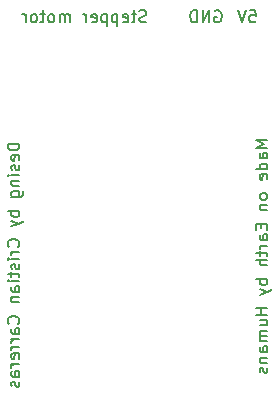
<source format=gbr>
%TF.GenerationSoftware,KiCad,Pcbnew,6.0.2+dfsg-1*%
%TF.CreationDate,2023-02-14T20:33:29-03:00*%
%TF.ProjectId,arduStep,61726475-5374-4657-902e-6b696361645f,rev?*%
%TF.SameCoordinates,Original*%
%TF.FileFunction,Legend,Bot*%
%TF.FilePolarity,Positive*%
%FSLAX46Y46*%
G04 Gerber Fmt 4.6, Leading zero omitted, Abs format (unit mm)*
G04 Created by KiCad (PCBNEW 6.0.2+dfsg-1) date 2023-02-14 20:33:29*
%MOMM*%
%LPD*%
G01*
G04 APERTURE LIST*
%ADD10C,0.150000*%
G04 APERTURE END LIST*
D10*
X146202380Y-74738095D02*
X145202380Y-74738095D01*
X145202380Y-74976190D01*
X145250000Y-75119047D01*
X145345238Y-75214285D01*
X145440476Y-75261904D01*
X145630952Y-75309523D01*
X145773809Y-75309523D01*
X145964285Y-75261904D01*
X146059523Y-75214285D01*
X146154761Y-75119047D01*
X146202380Y-74976190D01*
X146202380Y-74738095D01*
X146154761Y-76119047D02*
X146202380Y-76023809D01*
X146202380Y-75833333D01*
X146154761Y-75738095D01*
X146059523Y-75690476D01*
X145678571Y-75690476D01*
X145583333Y-75738095D01*
X145535714Y-75833333D01*
X145535714Y-76023809D01*
X145583333Y-76119047D01*
X145678571Y-76166666D01*
X145773809Y-76166666D01*
X145869047Y-75690476D01*
X146154761Y-76547619D02*
X146202380Y-76642857D01*
X146202380Y-76833333D01*
X146154761Y-76928571D01*
X146059523Y-76976190D01*
X146011904Y-76976190D01*
X145916666Y-76928571D01*
X145869047Y-76833333D01*
X145869047Y-76690476D01*
X145821428Y-76595238D01*
X145726190Y-76547619D01*
X145678571Y-76547619D01*
X145583333Y-76595238D01*
X145535714Y-76690476D01*
X145535714Y-76833333D01*
X145583333Y-76928571D01*
X146202380Y-77404761D02*
X145535714Y-77404761D01*
X145202380Y-77404761D02*
X145250000Y-77357142D01*
X145297619Y-77404761D01*
X145250000Y-77452380D01*
X145202380Y-77404761D01*
X145297619Y-77404761D01*
X145535714Y-77880952D02*
X146202380Y-77880952D01*
X145630952Y-77880952D02*
X145583333Y-77928571D01*
X145535714Y-78023809D01*
X145535714Y-78166666D01*
X145583333Y-78261904D01*
X145678571Y-78309523D01*
X146202380Y-78309523D01*
X145535714Y-79214285D02*
X146345238Y-79214285D01*
X146440476Y-79166666D01*
X146488095Y-79119047D01*
X146535714Y-79023809D01*
X146535714Y-78880952D01*
X146488095Y-78785714D01*
X146154761Y-79214285D02*
X146202380Y-79119047D01*
X146202380Y-78928571D01*
X146154761Y-78833333D01*
X146107142Y-78785714D01*
X146011904Y-78738095D01*
X145726190Y-78738095D01*
X145630952Y-78785714D01*
X145583333Y-78833333D01*
X145535714Y-78928571D01*
X145535714Y-79119047D01*
X145583333Y-79214285D01*
X146202380Y-80452380D02*
X145202380Y-80452380D01*
X145583333Y-80452380D02*
X145535714Y-80547619D01*
X145535714Y-80738095D01*
X145583333Y-80833333D01*
X145630952Y-80880952D01*
X145726190Y-80928571D01*
X146011904Y-80928571D01*
X146107142Y-80880952D01*
X146154761Y-80833333D01*
X146202380Y-80738095D01*
X146202380Y-80547619D01*
X146154761Y-80452380D01*
X145535714Y-81261904D02*
X146202380Y-81500000D01*
X145535714Y-81738095D02*
X146202380Y-81500000D01*
X146440476Y-81404761D01*
X146488095Y-81357142D01*
X146535714Y-81261904D01*
X146107142Y-83452380D02*
X146154761Y-83404761D01*
X146202380Y-83261904D01*
X146202380Y-83166666D01*
X146154761Y-83023809D01*
X146059523Y-82928571D01*
X145964285Y-82880952D01*
X145773809Y-82833333D01*
X145630952Y-82833333D01*
X145440476Y-82880952D01*
X145345238Y-82928571D01*
X145250000Y-83023809D01*
X145202380Y-83166666D01*
X145202380Y-83261904D01*
X145250000Y-83404761D01*
X145297619Y-83452380D01*
X146202380Y-83880952D02*
X145535714Y-83880952D01*
X145726190Y-83880952D02*
X145630952Y-83928571D01*
X145583333Y-83976190D01*
X145535714Y-84071428D01*
X145535714Y-84166666D01*
X146202380Y-84500000D02*
X145535714Y-84500000D01*
X145202380Y-84500000D02*
X145250000Y-84452380D01*
X145297619Y-84500000D01*
X145250000Y-84547619D01*
X145202380Y-84500000D01*
X145297619Y-84500000D01*
X146154761Y-84928571D02*
X146202380Y-85023809D01*
X146202380Y-85214285D01*
X146154761Y-85309523D01*
X146059523Y-85357142D01*
X146011904Y-85357142D01*
X145916666Y-85309523D01*
X145869047Y-85214285D01*
X145869047Y-85071428D01*
X145821428Y-84976190D01*
X145726190Y-84928571D01*
X145678571Y-84928571D01*
X145583333Y-84976190D01*
X145535714Y-85071428D01*
X145535714Y-85214285D01*
X145583333Y-85309523D01*
X145535714Y-85642857D02*
X145535714Y-86023809D01*
X145202380Y-85785714D02*
X146059523Y-85785714D01*
X146154761Y-85833333D01*
X146202380Y-85928571D01*
X146202380Y-86023809D01*
X146202380Y-86357142D02*
X145535714Y-86357142D01*
X145202380Y-86357142D02*
X145250000Y-86309523D01*
X145297619Y-86357142D01*
X145250000Y-86404761D01*
X145202380Y-86357142D01*
X145297619Y-86357142D01*
X146202380Y-87261904D02*
X145678571Y-87261904D01*
X145583333Y-87214285D01*
X145535714Y-87119047D01*
X145535714Y-86928571D01*
X145583333Y-86833333D01*
X146154761Y-87261904D02*
X146202380Y-87166666D01*
X146202380Y-86928571D01*
X146154761Y-86833333D01*
X146059523Y-86785714D01*
X145964285Y-86785714D01*
X145869047Y-86833333D01*
X145821428Y-86928571D01*
X145821428Y-87166666D01*
X145773809Y-87261904D01*
X145535714Y-87738095D02*
X146202380Y-87738095D01*
X145630952Y-87738095D02*
X145583333Y-87785714D01*
X145535714Y-87880952D01*
X145535714Y-88023809D01*
X145583333Y-88119047D01*
X145678571Y-88166666D01*
X146202380Y-88166666D01*
X146107142Y-89976190D02*
X146154761Y-89928571D01*
X146202380Y-89785714D01*
X146202380Y-89690476D01*
X146154761Y-89547619D01*
X146059523Y-89452380D01*
X145964285Y-89404761D01*
X145773809Y-89357142D01*
X145630952Y-89357142D01*
X145440476Y-89404761D01*
X145345238Y-89452380D01*
X145250000Y-89547619D01*
X145202380Y-89690476D01*
X145202380Y-89785714D01*
X145250000Y-89928571D01*
X145297619Y-89976190D01*
X146202380Y-90833333D02*
X145678571Y-90833333D01*
X145583333Y-90785714D01*
X145535714Y-90690476D01*
X145535714Y-90500000D01*
X145583333Y-90404761D01*
X146154761Y-90833333D02*
X146202380Y-90738095D01*
X146202380Y-90500000D01*
X146154761Y-90404761D01*
X146059523Y-90357142D01*
X145964285Y-90357142D01*
X145869047Y-90404761D01*
X145821428Y-90500000D01*
X145821428Y-90738095D01*
X145773809Y-90833333D01*
X146202380Y-91309523D02*
X145535714Y-91309523D01*
X145726190Y-91309523D02*
X145630952Y-91357142D01*
X145583333Y-91404761D01*
X145535714Y-91500000D01*
X145535714Y-91595238D01*
X146202380Y-91928571D02*
X145535714Y-91928571D01*
X145726190Y-91928571D02*
X145630952Y-91976190D01*
X145583333Y-92023809D01*
X145535714Y-92119047D01*
X145535714Y-92214285D01*
X146154761Y-92928571D02*
X146202380Y-92833333D01*
X146202380Y-92642857D01*
X146154761Y-92547619D01*
X146059523Y-92500000D01*
X145678571Y-92500000D01*
X145583333Y-92547619D01*
X145535714Y-92642857D01*
X145535714Y-92833333D01*
X145583333Y-92928571D01*
X145678571Y-92976190D01*
X145773809Y-92976190D01*
X145869047Y-92500000D01*
X146202380Y-93404761D02*
X145535714Y-93404761D01*
X145726190Y-93404761D02*
X145630952Y-93452380D01*
X145583333Y-93500000D01*
X145535714Y-93595238D01*
X145535714Y-93690476D01*
X146202380Y-94452380D02*
X145678571Y-94452380D01*
X145583333Y-94404761D01*
X145535714Y-94309523D01*
X145535714Y-94119047D01*
X145583333Y-94023809D01*
X146154761Y-94452380D02*
X146202380Y-94357142D01*
X146202380Y-94119047D01*
X146154761Y-94023809D01*
X146059523Y-93976190D01*
X145964285Y-93976190D01*
X145869047Y-94023809D01*
X145821428Y-94119047D01*
X145821428Y-94357142D01*
X145773809Y-94452380D01*
X146154761Y-94880952D02*
X146202380Y-94976190D01*
X146202380Y-95166666D01*
X146154761Y-95261904D01*
X146059523Y-95309523D01*
X146011904Y-95309523D01*
X145916666Y-95261904D01*
X145869047Y-95166666D01*
X145869047Y-95023809D01*
X145821428Y-94928571D01*
X145726190Y-94880952D01*
X145678571Y-94880952D01*
X145583333Y-94928571D01*
X145535714Y-95023809D01*
X145535714Y-95166666D01*
X145583333Y-95261904D01*
X167202380Y-74416666D02*
X166202380Y-74416666D01*
X166916666Y-74750000D01*
X166202380Y-75083333D01*
X167202380Y-75083333D01*
X167202380Y-75988095D02*
X166678571Y-75988095D01*
X166583333Y-75940476D01*
X166535714Y-75845238D01*
X166535714Y-75654761D01*
X166583333Y-75559523D01*
X167154761Y-75988095D02*
X167202380Y-75892857D01*
X167202380Y-75654761D01*
X167154761Y-75559523D01*
X167059523Y-75511904D01*
X166964285Y-75511904D01*
X166869047Y-75559523D01*
X166821428Y-75654761D01*
X166821428Y-75892857D01*
X166773809Y-75988095D01*
X167202380Y-76892857D02*
X166202380Y-76892857D01*
X167154761Y-76892857D02*
X167202380Y-76797619D01*
X167202380Y-76607142D01*
X167154761Y-76511904D01*
X167107142Y-76464285D01*
X167011904Y-76416666D01*
X166726190Y-76416666D01*
X166630952Y-76464285D01*
X166583333Y-76511904D01*
X166535714Y-76607142D01*
X166535714Y-76797619D01*
X166583333Y-76892857D01*
X167154761Y-77750000D02*
X167202380Y-77654761D01*
X167202380Y-77464285D01*
X167154761Y-77369047D01*
X167059523Y-77321428D01*
X166678571Y-77321428D01*
X166583333Y-77369047D01*
X166535714Y-77464285D01*
X166535714Y-77654761D01*
X166583333Y-77750000D01*
X166678571Y-77797619D01*
X166773809Y-77797619D01*
X166869047Y-77321428D01*
X167202380Y-79130952D02*
X167154761Y-79035714D01*
X167107142Y-78988095D01*
X167011904Y-78940476D01*
X166726190Y-78940476D01*
X166630952Y-78988095D01*
X166583333Y-79035714D01*
X166535714Y-79130952D01*
X166535714Y-79273809D01*
X166583333Y-79369047D01*
X166630952Y-79416666D01*
X166726190Y-79464285D01*
X167011904Y-79464285D01*
X167107142Y-79416666D01*
X167154761Y-79369047D01*
X167202380Y-79273809D01*
X167202380Y-79130952D01*
X166535714Y-79892857D02*
X167202380Y-79892857D01*
X166630952Y-79892857D02*
X166583333Y-79940476D01*
X166535714Y-80035714D01*
X166535714Y-80178571D01*
X166583333Y-80273809D01*
X166678571Y-80321428D01*
X167202380Y-80321428D01*
X166678571Y-81559523D02*
X166678571Y-81892857D01*
X167202380Y-82035714D02*
X167202380Y-81559523D01*
X166202380Y-81559523D01*
X166202380Y-82035714D01*
X167202380Y-82892857D02*
X166678571Y-82892857D01*
X166583333Y-82845238D01*
X166535714Y-82750000D01*
X166535714Y-82559523D01*
X166583333Y-82464285D01*
X167154761Y-82892857D02*
X167202380Y-82797619D01*
X167202380Y-82559523D01*
X167154761Y-82464285D01*
X167059523Y-82416666D01*
X166964285Y-82416666D01*
X166869047Y-82464285D01*
X166821428Y-82559523D01*
X166821428Y-82797619D01*
X166773809Y-82892857D01*
X167202380Y-83369047D02*
X166535714Y-83369047D01*
X166726190Y-83369047D02*
X166630952Y-83416666D01*
X166583333Y-83464285D01*
X166535714Y-83559523D01*
X166535714Y-83654761D01*
X166535714Y-83845238D02*
X166535714Y-84226190D01*
X166202380Y-83988095D02*
X167059523Y-83988095D01*
X167154761Y-84035714D01*
X167202380Y-84130952D01*
X167202380Y-84226190D01*
X167202380Y-84559523D02*
X166202380Y-84559523D01*
X167202380Y-84988095D02*
X166678571Y-84988095D01*
X166583333Y-84940476D01*
X166535714Y-84845238D01*
X166535714Y-84702380D01*
X166583333Y-84607142D01*
X166630952Y-84559523D01*
X167202380Y-86226190D02*
X166202380Y-86226190D01*
X166583333Y-86226190D02*
X166535714Y-86321428D01*
X166535714Y-86511904D01*
X166583333Y-86607142D01*
X166630952Y-86654761D01*
X166726190Y-86702380D01*
X167011904Y-86702380D01*
X167107142Y-86654761D01*
X167154761Y-86607142D01*
X167202380Y-86511904D01*
X167202380Y-86321428D01*
X167154761Y-86226190D01*
X166535714Y-87035714D02*
X167202380Y-87273809D01*
X166535714Y-87511904D02*
X167202380Y-87273809D01*
X167440476Y-87178571D01*
X167488095Y-87130952D01*
X167535714Y-87035714D01*
X167202380Y-88654761D02*
X166202380Y-88654761D01*
X166678571Y-88654761D02*
X166678571Y-89226190D01*
X167202380Y-89226190D02*
X166202380Y-89226190D01*
X166535714Y-90130952D02*
X167202380Y-90130952D01*
X166535714Y-89702380D02*
X167059523Y-89702380D01*
X167154761Y-89750000D01*
X167202380Y-89845238D01*
X167202380Y-89988095D01*
X167154761Y-90083333D01*
X167107142Y-90130952D01*
X167202380Y-90607142D02*
X166535714Y-90607142D01*
X166630952Y-90607142D02*
X166583333Y-90654761D01*
X166535714Y-90750000D01*
X166535714Y-90892857D01*
X166583333Y-90988095D01*
X166678571Y-91035714D01*
X167202380Y-91035714D01*
X166678571Y-91035714D02*
X166583333Y-91083333D01*
X166535714Y-91178571D01*
X166535714Y-91321428D01*
X166583333Y-91416666D01*
X166678571Y-91464285D01*
X167202380Y-91464285D01*
X167202380Y-92369047D02*
X166678571Y-92369047D01*
X166583333Y-92321428D01*
X166535714Y-92226190D01*
X166535714Y-92035714D01*
X166583333Y-91940476D01*
X167154761Y-92369047D02*
X167202380Y-92273809D01*
X167202380Y-92035714D01*
X167154761Y-91940476D01*
X167059523Y-91892857D01*
X166964285Y-91892857D01*
X166869047Y-91940476D01*
X166821428Y-92035714D01*
X166821428Y-92273809D01*
X166773809Y-92369047D01*
X166535714Y-92845238D02*
X167202380Y-92845238D01*
X166630952Y-92845238D02*
X166583333Y-92892857D01*
X166535714Y-92988095D01*
X166535714Y-93130952D01*
X166583333Y-93226190D01*
X166678571Y-93273809D01*
X167202380Y-93273809D01*
X167154761Y-93702380D02*
X167202380Y-93797619D01*
X167202380Y-93988095D01*
X167154761Y-94083333D01*
X167059523Y-94130952D01*
X167011904Y-94130952D01*
X166916666Y-94083333D01*
X166869047Y-93988095D01*
X166869047Y-93845238D01*
X166821428Y-93750000D01*
X166726190Y-93702380D01*
X166678571Y-93702380D01*
X166583333Y-93750000D01*
X166535714Y-93845238D01*
X166535714Y-93988095D01*
X166583333Y-94083333D01*
X156940476Y-64404761D02*
X156797619Y-64452380D01*
X156559523Y-64452380D01*
X156464285Y-64404761D01*
X156416666Y-64357142D01*
X156369047Y-64261904D01*
X156369047Y-64166666D01*
X156416666Y-64071428D01*
X156464285Y-64023809D01*
X156559523Y-63976190D01*
X156750000Y-63928571D01*
X156845238Y-63880952D01*
X156892857Y-63833333D01*
X156940476Y-63738095D01*
X156940476Y-63642857D01*
X156892857Y-63547619D01*
X156845238Y-63500000D01*
X156750000Y-63452380D01*
X156511904Y-63452380D01*
X156369047Y-63500000D01*
X156083333Y-63785714D02*
X155702380Y-63785714D01*
X155940476Y-63452380D02*
X155940476Y-64309523D01*
X155892857Y-64404761D01*
X155797619Y-64452380D01*
X155702380Y-64452380D01*
X154988095Y-64404761D02*
X155083333Y-64452380D01*
X155273809Y-64452380D01*
X155369047Y-64404761D01*
X155416666Y-64309523D01*
X155416666Y-63928571D01*
X155369047Y-63833333D01*
X155273809Y-63785714D01*
X155083333Y-63785714D01*
X154988095Y-63833333D01*
X154940476Y-63928571D01*
X154940476Y-64023809D01*
X155416666Y-64119047D01*
X154511904Y-63785714D02*
X154511904Y-64785714D01*
X154511904Y-63833333D02*
X154416666Y-63785714D01*
X154226190Y-63785714D01*
X154130952Y-63833333D01*
X154083333Y-63880952D01*
X154035714Y-63976190D01*
X154035714Y-64261904D01*
X154083333Y-64357142D01*
X154130952Y-64404761D01*
X154226190Y-64452380D01*
X154416666Y-64452380D01*
X154511904Y-64404761D01*
X153607142Y-63785714D02*
X153607142Y-64785714D01*
X153607142Y-63833333D02*
X153511904Y-63785714D01*
X153321428Y-63785714D01*
X153226190Y-63833333D01*
X153178571Y-63880952D01*
X153130952Y-63976190D01*
X153130952Y-64261904D01*
X153178571Y-64357142D01*
X153226190Y-64404761D01*
X153321428Y-64452380D01*
X153511904Y-64452380D01*
X153607142Y-64404761D01*
X152321428Y-64404761D02*
X152416666Y-64452380D01*
X152607142Y-64452380D01*
X152702380Y-64404761D01*
X152750000Y-64309523D01*
X152750000Y-63928571D01*
X152702380Y-63833333D01*
X152607142Y-63785714D01*
X152416666Y-63785714D01*
X152321428Y-63833333D01*
X152273809Y-63928571D01*
X152273809Y-64023809D01*
X152750000Y-64119047D01*
X151845238Y-64452380D02*
X151845238Y-63785714D01*
X151845238Y-63976190D02*
X151797619Y-63880952D01*
X151750000Y-63833333D01*
X151654761Y-63785714D01*
X151559523Y-63785714D01*
X150464285Y-64452380D02*
X150464285Y-63785714D01*
X150464285Y-63880952D02*
X150416666Y-63833333D01*
X150321428Y-63785714D01*
X150178571Y-63785714D01*
X150083333Y-63833333D01*
X150035714Y-63928571D01*
X150035714Y-64452380D01*
X150035714Y-63928571D02*
X149988095Y-63833333D01*
X149892857Y-63785714D01*
X149750000Y-63785714D01*
X149654761Y-63833333D01*
X149607142Y-63928571D01*
X149607142Y-64452380D01*
X148988095Y-64452380D02*
X149083333Y-64404761D01*
X149130952Y-64357142D01*
X149178571Y-64261904D01*
X149178571Y-63976190D01*
X149130952Y-63880952D01*
X149083333Y-63833333D01*
X148988095Y-63785714D01*
X148845238Y-63785714D01*
X148750000Y-63833333D01*
X148702380Y-63880952D01*
X148654761Y-63976190D01*
X148654761Y-64261904D01*
X148702380Y-64357142D01*
X148750000Y-64404761D01*
X148845238Y-64452380D01*
X148988095Y-64452380D01*
X148369047Y-63785714D02*
X147988095Y-63785714D01*
X148226190Y-63452380D02*
X148226190Y-64309523D01*
X148178571Y-64404761D01*
X148083333Y-64452380D01*
X147988095Y-64452380D01*
X147511904Y-64452380D02*
X147607142Y-64404761D01*
X147654761Y-64357142D01*
X147702380Y-64261904D01*
X147702380Y-63976190D01*
X147654761Y-63880952D01*
X147607142Y-63833333D01*
X147511904Y-63785714D01*
X147369047Y-63785714D01*
X147273809Y-63833333D01*
X147226190Y-63880952D01*
X147178571Y-63976190D01*
X147178571Y-64261904D01*
X147226190Y-64357142D01*
X147273809Y-64404761D01*
X147369047Y-64452380D01*
X147511904Y-64452380D01*
X146750000Y-64452380D02*
X146750000Y-63785714D01*
X146750000Y-63976190D02*
X146702380Y-63880952D01*
X146654761Y-63833333D01*
X146559523Y-63785714D01*
X146464285Y-63785714D01*
X162761904Y-63500000D02*
X162857142Y-63452380D01*
X163000000Y-63452380D01*
X163142857Y-63500000D01*
X163238095Y-63595238D01*
X163285714Y-63690476D01*
X163333333Y-63880952D01*
X163333333Y-64023809D01*
X163285714Y-64214285D01*
X163238095Y-64309523D01*
X163142857Y-64404761D01*
X163000000Y-64452380D01*
X162904761Y-64452380D01*
X162761904Y-64404761D01*
X162714285Y-64357142D01*
X162714285Y-64023809D01*
X162904761Y-64023809D01*
X162285714Y-64452380D02*
X162285714Y-63452380D01*
X161714285Y-64452380D01*
X161714285Y-63452380D01*
X161238095Y-64452380D02*
X161238095Y-63452380D01*
X161000000Y-63452380D01*
X160857142Y-63500000D01*
X160761904Y-63595238D01*
X160714285Y-63690476D01*
X160666666Y-63880952D01*
X160666666Y-64023809D01*
X160714285Y-64214285D01*
X160761904Y-64309523D01*
X160857142Y-64404761D01*
X161000000Y-64452380D01*
X161238095Y-64452380D01*
X165690476Y-63452380D02*
X166166666Y-63452380D01*
X166214285Y-63928571D01*
X166166666Y-63880952D01*
X166071428Y-63833333D01*
X165833333Y-63833333D01*
X165738095Y-63880952D01*
X165690476Y-63928571D01*
X165642857Y-64023809D01*
X165642857Y-64261904D01*
X165690476Y-64357142D01*
X165738095Y-64404761D01*
X165833333Y-64452380D01*
X166071428Y-64452380D01*
X166166666Y-64404761D01*
X166214285Y-64357142D01*
X165357142Y-63452380D02*
X165023809Y-64452380D01*
X164690476Y-63452380D01*
M02*

</source>
